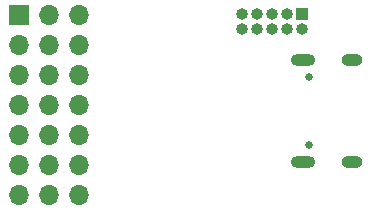
<source format=gbr>
%TF.GenerationSoftware,KiCad,Pcbnew,9.0.0*%
%TF.CreationDate,2025-06-23T18:52:12-04:00*%
%TF.ProjectId,CRSF_PWM_Gyro,43525346-5f50-4574-9d5f-4779726f2e6b,rev?*%
%TF.SameCoordinates,Original*%
%TF.FileFunction,Soldermask,Bot*%
%TF.FilePolarity,Negative*%
%FSLAX46Y46*%
G04 Gerber Fmt 4.6, Leading zero omitted, Abs format (unit mm)*
G04 Created by KiCad (PCBNEW 9.0.0) date 2025-06-23 18:52:12*
%MOMM*%
%LPD*%
G01*
G04 APERTURE LIST*
%ADD10R,1.000000X1.000000*%
%ADD11O,1.000000X1.000000*%
%ADD12R,1.700000X1.700000*%
%ADD13O,1.700000X1.700000*%
%ADD14C,0.650000*%
%ADD15O,2.100000X1.000000*%
%ADD16O,1.800000X1.000000*%
G04 APERTURE END LIST*
D10*
%TO.C,SWD1*%
X145850000Y-80775000D03*
D11*
X145850000Y-82045000D03*
X144580000Y-80775000D03*
X144580000Y-82045000D03*
X143310000Y-80775000D03*
X143310000Y-82045000D03*
X142040000Y-80775000D03*
X142040000Y-82045000D03*
X140770000Y-80775000D03*
X140770000Y-82045000D03*
%TD*%
D12*
%TO.C,J2*%
X121863000Y-80880000D03*
D13*
X124403000Y-80880000D03*
X126943000Y-80880000D03*
X121863000Y-83420000D03*
X124403000Y-83420000D03*
X126943000Y-83420000D03*
X121863000Y-85960000D03*
X124403000Y-85960000D03*
X126943000Y-85960000D03*
X121863000Y-88500000D03*
X124403000Y-88500000D03*
X126943000Y-88500000D03*
X121863000Y-91040000D03*
X124403000Y-91040000D03*
X126943000Y-91040000D03*
X121863000Y-93580000D03*
X124403000Y-93580000D03*
X126943000Y-93580000D03*
X121863000Y-96120000D03*
X124403000Y-96120000D03*
X126943000Y-96120000D03*
%TD*%
D14*
%TO.C,J1*%
X146395000Y-91890000D03*
X146395000Y-86110000D03*
D15*
X145895000Y-93320000D03*
D16*
X150075000Y-93320000D03*
D15*
X145895000Y-84680000D03*
D16*
X150075000Y-84680000D03*
%TD*%
M02*

</source>
